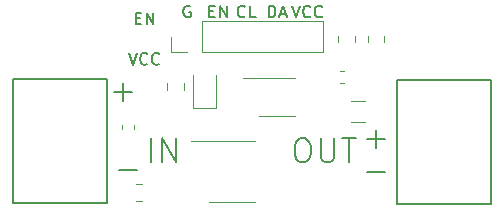
<source format=gbr>
G04 #@! TF.GenerationSoftware,KiCad,Pcbnew,5.1.5+dfsg1-2build2*
G04 #@! TF.CreationDate,2021-10-23T10:29:23-06:00*
G04 #@! TF.ProjectId,power-monitor,706f7765-722d-46d6-9f6e-69746f722e6b,rev?*
G04 #@! TF.SameCoordinates,Original*
G04 #@! TF.FileFunction,Legend,Top*
G04 #@! TF.FilePolarity,Positive*
%FSLAX46Y46*%
G04 Gerber Fmt 4.6, Leading zero omitted, Abs format (unit mm)*
G04 Created by KiCad (PCBNEW 5.1.5+dfsg1-2build2) date 2021-10-23 10:29:23*
%MOMM*%
%LPD*%
G04 APERTURE LIST*
%ADD10C,0.150000*%
%ADD11C,0.200000*%
%ADD12C,0.120000*%
G04 APERTURE END LIST*
D10*
X122066666Y-82652380D02*
X122400000Y-83652380D01*
X122733333Y-82652380D01*
X123638095Y-83557142D02*
X123590476Y-83604761D01*
X123447619Y-83652380D01*
X123352380Y-83652380D01*
X123209523Y-83604761D01*
X123114285Y-83509523D01*
X123066666Y-83414285D01*
X123019047Y-83223809D01*
X123019047Y-83080952D01*
X123066666Y-82890476D01*
X123114285Y-82795238D01*
X123209523Y-82700000D01*
X123352380Y-82652380D01*
X123447619Y-82652380D01*
X123590476Y-82700000D01*
X123638095Y-82747619D01*
X124638095Y-83557142D02*
X124590476Y-83604761D01*
X124447619Y-83652380D01*
X124352380Y-83652380D01*
X124209523Y-83604761D01*
X124114285Y-83509523D01*
X124066666Y-83414285D01*
X124019047Y-83223809D01*
X124019047Y-83080952D01*
X124066666Y-82890476D01*
X124114285Y-82795238D01*
X124209523Y-82700000D01*
X124352380Y-82652380D01*
X124447619Y-82652380D01*
X124590476Y-82700000D01*
X124638095Y-82747619D01*
X122661904Y-79728571D02*
X122995238Y-79728571D01*
X123138095Y-80252380D02*
X122661904Y-80252380D01*
X122661904Y-79252380D01*
X123138095Y-79252380D01*
X123566666Y-80252380D02*
X123566666Y-79252380D01*
X124138095Y-80252380D01*
X124138095Y-79252380D01*
X135866666Y-78652380D02*
X136200000Y-79652380D01*
X136533333Y-78652380D01*
X137438095Y-79557142D02*
X137390476Y-79604761D01*
X137247619Y-79652380D01*
X137152380Y-79652380D01*
X137009523Y-79604761D01*
X136914285Y-79509523D01*
X136866666Y-79414285D01*
X136819047Y-79223809D01*
X136819047Y-79080952D01*
X136866666Y-78890476D01*
X136914285Y-78795238D01*
X137009523Y-78700000D01*
X137152380Y-78652380D01*
X137247619Y-78652380D01*
X137390476Y-78700000D01*
X137438095Y-78747619D01*
X138438095Y-79557142D02*
X138390476Y-79604761D01*
X138247619Y-79652380D01*
X138152380Y-79652380D01*
X138009523Y-79604761D01*
X137914285Y-79509523D01*
X137866666Y-79414285D01*
X137819047Y-79223809D01*
X137819047Y-79080952D01*
X137866666Y-78890476D01*
X137914285Y-78795238D01*
X138009523Y-78700000D01*
X138152380Y-78652380D01*
X138247619Y-78652380D01*
X138390476Y-78700000D01*
X138438095Y-78747619D01*
X133909523Y-79652380D02*
X133909523Y-78652380D01*
X134147619Y-78652380D01*
X134290476Y-78700000D01*
X134385714Y-78795238D01*
X134433333Y-78890476D01*
X134480952Y-79080952D01*
X134480952Y-79223809D01*
X134433333Y-79414285D01*
X134385714Y-79509523D01*
X134290476Y-79604761D01*
X134147619Y-79652380D01*
X133909523Y-79652380D01*
X134861904Y-79366666D02*
X135338095Y-79366666D01*
X134766666Y-79652380D02*
X135100000Y-78652380D01*
X135433333Y-79652380D01*
X131904761Y-79557142D02*
X131857142Y-79604761D01*
X131714285Y-79652380D01*
X131619047Y-79652380D01*
X131476190Y-79604761D01*
X131380952Y-79509523D01*
X131333333Y-79414285D01*
X131285714Y-79223809D01*
X131285714Y-79080952D01*
X131333333Y-78890476D01*
X131380952Y-78795238D01*
X131476190Y-78700000D01*
X131619047Y-78652380D01*
X131714285Y-78652380D01*
X131857142Y-78700000D01*
X131904761Y-78747619D01*
X132809523Y-79652380D02*
X132333333Y-79652380D01*
X132333333Y-78652380D01*
X128861904Y-79128571D02*
X129195238Y-79128571D01*
X129338095Y-79652380D02*
X128861904Y-79652380D01*
X128861904Y-78652380D01*
X129338095Y-78652380D01*
X129766666Y-79652380D02*
X129766666Y-78652380D01*
X130338095Y-79652380D01*
X130338095Y-78652380D01*
X127261904Y-78700000D02*
X127166666Y-78652380D01*
X127023809Y-78652380D01*
X126880952Y-78700000D01*
X126785714Y-78795238D01*
X126738095Y-78890476D01*
X126690476Y-79080952D01*
X126690476Y-79223809D01*
X126738095Y-79414285D01*
X126785714Y-79509523D01*
X126880952Y-79604761D01*
X127023809Y-79652380D01*
X127119047Y-79652380D01*
X127261904Y-79604761D01*
X127309523Y-79557142D01*
X127309523Y-79223809D01*
X127119047Y-79223809D01*
D11*
X136600000Y-89904761D02*
X136980952Y-89904761D01*
X137171428Y-90000000D01*
X137361904Y-90190476D01*
X137457142Y-90571428D01*
X137457142Y-91238095D01*
X137361904Y-91619047D01*
X137171428Y-91809523D01*
X136980952Y-91904761D01*
X136600000Y-91904761D01*
X136409523Y-91809523D01*
X136219047Y-91619047D01*
X136123809Y-91238095D01*
X136123809Y-90571428D01*
X136219047Y-90190476D01*
X136409523Y-90000000D01*
X136600000Y-89904761D01*
X138314285Y-89904761D02*
X138314285Y-91523809D01*
X138409523Y-91714285D01*
X138504761Y-91809523D01*
X138695238Y-91904761D01*
X139076190Y-91904761D01*
X139266666Y-91809523D01*
X139361904Y-91714285D01*
X139457142Y-91523809D01*
X139457142Y-89904761D01*
X140123809Y-89904761D02*
X141266666Y-89904761D01*
X140695238Y-91904761D02*
X140695238Y-89904761D01*
X123952380Y-91904761D02*
X123952380Y-89904761D01*
X124904761Y-91904761D02*
X124904761Y-89904761D01*
X126047619Y-91904761D01*
X126047619Y-89904761D01*
X120838095Y-85942857D02*
X122361904Y-85942857D01*
X121600000Y-86704761D02*
X121600000Y-85180952D01*
X142238095Y-89942857D02*
X143761904Y-89942857D01*
X143000000Y-90704761D02*
X143000000Y-89180952D01*
X121238095Y-92542857D02*
X122761904Y-92542857D01*
X142238095Y-92742857D02*
X143761904Y-92742857D01*
D12*
X125670000Y-82610000D02*
X125670000Y-81280000D01*
X127000000Y-82610000D02*
X125670000Y-82610000D01*
X128270000Y-82610000D02*
X128270000Y-79950000D01*
X128270000Y-79950000D02*
X138490000Y-79950000D01*
X128270000Y-82610000D02*
X138490000Y-82610000D01*
X138490000Y-82610000D02*
X138490000Y-79950000D01*
X134620000Y-84750000D02*
X131695000Y-84750000D01*
X134620000Y-84750000D02*
X136120000Y-84750000D01*
X134620000Y-87970000D02*
X133120000Y-87970000D01*
X134620000Y-87970000D02*
X136120000Y-87970000D01*
X126710000Y-85761252D02*
X126710000Y-85238748D01*
X125290000Y-85761252D02*
X125290000Y-85238748D01*
X123161252Y-93790000D02*
X122638748Y-93790000D01*
X123161252Y-95210000D02*
X122638748Y-95210000D01*
X139790000Y-81238748D02*
X139790000Y-81761252D01*
X141210000Y-81238748D02*
X141210000Y-81761252D01*
X142290000Y-81238748D02*
X142290000Y-81761252D01*
X143710000Y-81238748D02*
X143710000Y-81761252D01*
X142102064Y-86720000D02*
X140897936Y-86720000D01*
X142102064Y-88540000D02*
X140897936Y-88540000D01*
X130810000Y-90150000D02*
X127360000Y-90150000D01*
X130810000Y-90150000D02*
X132760000Y-90150000D01*
X130810000Y-95270000D02*
X128860000Y-95270000D01*
X130810000Y-95270000D02*
X132760000Y-95270000D01*
D10*
X148500000Y-95460000D02*
X152750000Y-95460000D01*
X152750000Y-95460000D02*
X152750000Y-84960000D01*
X152750000Y-84960000D02*
X144750000Y-84960000D01*
X144750000Y-84960000D02*
X144750000Y-95460000D01*
X144750000Y-95460000D02*
X148500000Y-95460000D01*
X116500000Y-84880000D02*
X112250000Y-84880000D01*
X112250000Y-84880000D02*
X112250000Y-95380000D01*
X112250000Y-95380000D02*
X120250000Y-95380000D01*
X120250000Y-95380000D02*
X120250000Y-84880000D01*
X120250000Y-84880000D02*
X116500000Y-84880000D01*
D12*
X129460000Y-87360000D02*
X129460000Y-84500000D01*
X127540000Y-87360000D02*
X129460000Y-87360000D01*
X127540000Y-84500000D02*
X127540000Y-87360000D01*
X140271267Y-84190000D02*
X139928733Y-84190000D01*
X140271267Y-85210000D02*
X139928733Y-85210000D01*
X121490000Y-88728733D02*
X121490000Y-89071267D01*
X122510000Y-88728733D02*
X122510000Y-89071267D01*
M02*

</source>
